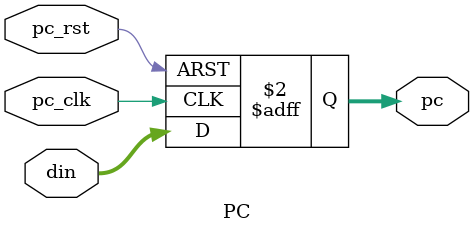
<source format=v>
`timescale 1ns / 1ps

module PC (
    output  reg   [31:0]  pc,      // 当前PC输出
    input   wire          pc_clk,  // 时钟信号
    input   wire          pc_rst,  // 异步复位，高有效
    input   wire  [31:0]  din      // 下一个PC输入
);

    // PC寄存器实现
    always @(posedge pc_clk or posedge pc_rst) begin
        if (pc_rst) begin
            pc <= 32'b0;           // 复位时清零
        end else begin
            pc <= din;             // 时钟上升沿采样
        end
    end

endmodule

</source>
